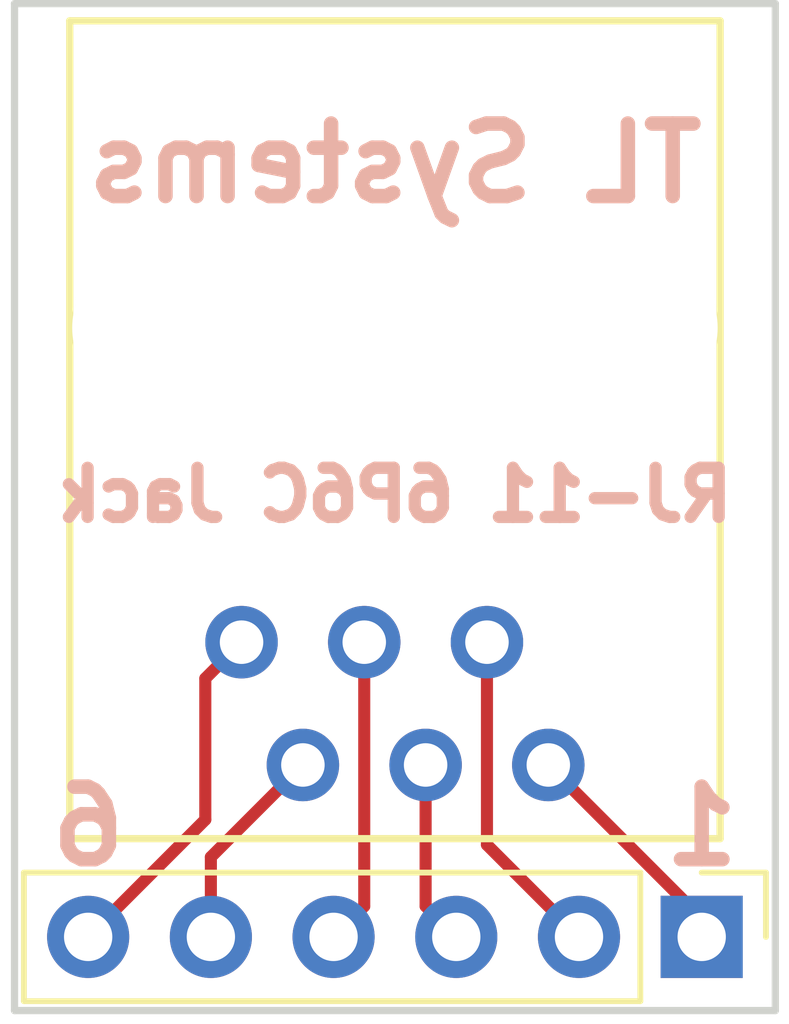
<source format=kicad_pcb>
(kicad_pcb (version 20171130) (host pcbnew "(5.0.2)-1")

  (general
    (thickness 1.6)
    (drawings 8)
    (tracks 13)
    (zones 0)
    (modules 2)
    (nets 7)
  )

  (page A)
  (title_block
    (title "RJ-11 6P6C Jack")
    (date 2019-02-10)
    (rev v0.1)
    (company "TL Systems")
  )

  (layers
    (0 F.Cu signal)
    (31 B.Cu signal)
    (32 B.Adhes user hide)
    (33 F.Adhes user hide)
    (34 B.Paste user hide)
    (35 F.Paste user hide)
    (36 B.SilkS user)
    (37 F.SilkS user)
    (38 B.Mask user)
    (39 F.Mask user)
    (40 Dwgs.User user hide)
    (41 Cmts.User user hide)
    (42 Eco1.User user hide)
    (43 Eco2.User user hide)
    (44 Edge.Cuts user)
    (45 Margin user hide)
    (46 B.CrtYd user hide)
    (47 F.CrtYd user hide)
    (48 B.Fab user hide)
    (49 F.Fab user hide)
  )

  (setup
    (last_trace_width 0.25)
    (trace_clearance 0.2)
    (zone_clearance 0.508)
    (zone_45_only no)
    (trace_min 0.2)
    (segment_width 0.2)
    (edge_width 0.15)
    (via_size 0.8)
    (via_drill 0.4)
    (via_min_size 0.4)
    (via_min_drill 0.3)
    (uvia_size 0.3)
    (uvia_drill 0.1)
    (uvias_allowed no)
    (uvia_min_size 0.2)
    (uvia_min_drill 0.1)
    (pcb_text_width 0.3)
    (pcb_text_size 1.5 1.5)
    (mod_edge_width 0.15)
    (mod_text_size 1 1)
    (mod_text_width 0.15)
    (pad_size 1.524 1.524)
    (pad_drill 0.762)
    (pad_to_mask_clearance 0.051)
    (solder_mask_min_width 0.25)
    (aux_axis_origin 0 0)
    (visible_elements FFFFFF7F)
    (pcbplotparams
      (layerselection 0x010fc_ffffffff)
      (usegerberextensions false)
      (usegerberattributes false)
      (usegerberadvancedattributes false)
      (creategerberjobfile false)
      (excludeedgelayer true)
      (linewidth 0.100000)
      (plotframeref false)
      (viasonmask false)
      (mode 1)
      (useauxorigin false)
      (hpglpennumber 1)
      (hpglpenspeed 20)
      (hpglpendiameter 15.000000)
      (psnegative false)
      (psa4output false)
      (plotreference true)
      (plotvalue true)
      (plotinvisibletext false)
      (padsonsilk false)
      (subtractmaskfromsilk false)
      (outputformat 1)
      (mirror false)
      (drillshape 0)
      (scaleselection 1)
      (outputdirectory ""))
  )

  (net 0 "")
  (net 1 "Net-(J1-Pad2)")
  (net 2 "Net-(J1-Pad4)")
  (net 3 "Net-(J1-Pad5)")
  (net 4 "Net-(J1-Pad3)")
  (net 5 "Net-(J1-Pad1)")
  (net 6 "Net-(J1-Pad6)")

  (net_class Default "This is the default net class."
    (clearance 0.2)
    (trace_width 0.25)
    (via_dia 0.8)
    (via_drill 0.4)
    (uvia_dia 0.3)
    (uvia_drill 0.1)
    (add_net "Net-(J1-Pad1)")
    (add_net "Net-(J1-Pad2)")
    (add_net "Net-(J1-Pad3)")
    (add_net "Net-(J1-Pad4)")
    (add_net "Net-(J1-Pad5)")
    (add_net "Net-(J1-Pad6)")
  )

  (module TLS-Pin_Headers:RJ-11_6P6C_Straight (layer F.Cu) (tedit 5C60D6C6) (tstamp 5C6D69E6)
    (at 162.56 99.568 180)
    (path /5C60D50E)
    (fp_text reference J1 (at -0.019117 3.010963) (layer F.SilkS) hide
      (effects (font (size 1 1) (thickness 0.15)))
    )
    (fp_text value 6P6C (at 0 13.716) (layer F.Fab) hide
      (effects (font (size 1 1) (thickness 0.15)))
    )
    (fp_line (start -6.731 12.8524) (end -6.731 -4.064) (layer F.SilkS) (width 0.15))
    (fp_line (start -6.731 -4.064) (end 6.731 -4.064) (layer F.SilkS) (width 0.15))
    (fp_line (start 6.731 12.8524) (end 6.731 -4.064) (layer F.SilkS) (width 0.15))
    (fp_line (start 6.731 12.8524) (end -6.731 12.8524) (layer F.SilkS) (width 0.15))
    (pad "" np_thru_hole circle (at -5.08 6.5024) (size 3.2 3.2) (drill 3.2) (layers *.Cu *.Mask))
    (pad "" np_thru_hole circle (at 5.08 6.5024) (size 3.2 3.2) (drill 3.2) (layers *.Cu *.Mask))
    (pad 2 thru_hole circle (at -1.905 0) (size 1.5 1.5) (drill 0.9) (layers *.Cu *.Mask)
      (net 1 "Net-(J1-Pad2)"))
    (pad 4 thru_hole circle (at 0.635 0) (size 1.5 1.5) (drill 0.9) (layers *.Cu *.Mask)
      (net 2 "Net-(J1-Pad4)"))
    (pad 5 thru_hole circle (at 1.905 -2.54) (size 1.5 1.5) (drill 0.9) (layers *.Cu *.Mask)
      (net 3 "Net-(J1-Pad5)"))
    (pad 3 thru_hole circle (at -0.635 -2.54) (size 1.5 1.5) (drill 0.9) (layers *.Cu *.Mask)
      (net 4 "Net-(J1-Pad3)"))
    (pad 1 thru_hole circle (at -3.175 -2.54) (size 1.5 1.5) (drill 0.9) (layers *.Cu *.Mask)
      (net 5 "Net-(J1-Pad1)"))
    (pad 6 thru_hole circle (at 3.175 0) (size 1.5 1.5) (drill 0.9) (layers *.Cu *.Mask)
      (net 6 "Net-(J1-Pad6)"))
  )

  (module Connector_PinHeader_2.54mm:PinHeader_1x06_P2.54mm_Vertical (layer F.Cu) (tedit 5C60D6C1) (tstamp 5C6D6A00)
    (at 168.91 105.664 270)
    (descr "Through hole straight pin header, 1x06, 2.54mm pitch, single row")
    (tags "Through hole pin header THT 1x06 2.54mm single row")
    (path /5C60D5A6)
    (fp_text reference J2 (at 0 -2.33 270) (layer F.SilkS) hide
      (effects (font (size 1 1) (thickness 0.15)))
    )
    (fp_text value Conn_01x06 (at 3.048 6.604) (layer F.Fab) hide
      (effects (font (size 1 1) (thickness 0.15)))
    )
    (fp_line (start -0.635 -1.27) (end 1.27 -1.27) (layer F.Fab) (width 0.1))
    (fp_line (start 1.27 -1.27) (end 1.27 13.97) (layer F.Fab) (width 0.1))
    (fp_line (start 1.27 13.97) (end -1.27 13.97) (layer F.Fab) (width 0.1))
    (fp_line (start -1.27 13.97) (end -1.27 -0.635) (layer F.Fab) (width 0.1))
    (fp_line (start -1.27 -0.635) (end -0.635 -1.27) (layer F.Fab) (width 0.1))
    (fp_line (start -1.33 14.03) (end 1.33 14.03) (layer F.SilkS) (width 0.12))
    (fp_line (start -1.33 1.27) (end -1.33 14.03) (layer F.SilkS) (width 0.12))
    (fp_line (start 1.33 1.27) (end 1.33 14.03) (layer F.SilkS) (width 0.12))
    (fp_line (start -1.33 1.27) (end 1.33 1.27) (layer F.SilkS) (width 0.12))
    (fp_line (start -1.33 0) (end -1.33 -1.33) (layer F.SilkS) (width 0.12))
    (fp_line (start -1.33 -1.33) (end 0 -1.33) (layer F.SilkS) (width 0.12))
    (fp_line (start -1.8 -1.8) (end -1.8 14.5) (layer F.CrtYd) (width 0.05))
    (fp_line (start -1.8 14.5) (end 1.8 14.5) (layer F.CrtYd) (width 0.05))
    (fp_line (start 1.8 14.5) (end 1.8 -1.8) (layer F.CrtYd) (width 0.05))
    (fp_line (start 1.8 -1.8) (end -1.8 -1.8) (layer F.CrtYd) (width 0.05))
    (fp_text user %R (at -0.254 6.35) (layer F.Fab)
      (effects (font (size 1 1) (thickness 0.15)))
    )
    (pad 1 thru_hole rect (at 0 0 270) (size 1.7 1.7) (drill 1) (layers *.Cu *.Mask)
      (net 5 "Net-(J1-Pad1)"))
    (pad 2 thru_hole oval (at 0 2.54 270) (size 1.7 1.7) (drill 1) (layers *.Cu *.Mask)
      (net 1 "Net-(J1-Pad2)"))
    (pad 3 thru_hole oval (at 0 5.08 270) (size 1.7 1.7) (drill 1) (layers *.Cu *.Mask)
      (net 4 "Net-(J1-Pad3)"))
    (pad 4 thru_hole oval (at 0 7.62 270) (size 1.7 1.7) (drill 1) (layers *.Cu *.Mask)
      (net 2 "Net-(J1-Pad4)"))
    (pad 5 thru_hole oval (at 0 10.16 270) (size 1.7 1.7) (drill 1) (layers *.Cu *.Mask)
      (net 3 "Net-(J1-Pad5)"))
    (pad 6 thru_hole oval (at 0 12.7 270) (size 1.7 1.7) (drill 1) (layers *.Cu *.Mask)
      (net 6 "Net-(J1-Pad6)"))
    (model ${KISYS3DMOD}/Connector_PinHeader_2.54mm.3dshapes/PinHeader_1x06_P2.54mm_Vertical.wrl
      (at (xyz 0 0 0))
      (scale (xyz 1 1 1))
      (rotate (xyz 0 0 0))
    )
  )

  (gr_text "RJ-11 6P6C Jack" (at 162.56 96.52) (layer B.SilkS)
    (effects (font (size 1.016 1.016) (thickness 0.254)) (justify mirror))
  )
  (gr_text "TL Systems" (at 162.56 89.662) (layer B.SilkS)
    (effects (font (size 1.5 1.5) (thickness 0.3)) (justify mirror))
  )
  (gr_text 6 (at 156.21 103.378) (layer B.SilkS)
    (effects (font (size 1.5 1.5) (thickness 0.3)) (justify mirror))
  )
  (gr_text 1 (at 168.91 103.378) (layer B.SilkS)
    (effects (font (size 1.5 1.5) (thickness 0.3)) (justify mirror))
  )
  (gr_line (start 154.686 107.188) (end 170.434 107.188) (layer Edge.Cuts) (width 0.15))
  (gr_line (start 154.686 86.36) (end 154.686 107.188) (layer Edge.Cuts) (width 0.15))
  (gr_line (start 170.434 86.36) (end 154.686 86.36) (layer Edge.Cuts) (width 0.15))
  (gr_line (start 170.434 107.188) (end 170.434 86.36) (layer Edge.Cuts) (width 0.15))

  (segment (start 164.465 103.759) (end 166.37 105.664) (width 0.25) (layer F.Cu) (net 1))
  (segment (start 164.465 99.568) (end 164.465 103.759) (width 0.25) (layer F.Cu) (net 1))
  (segment (start 161.925 105.029) (end 161.29 105.664) (width 0.25) (layer F.Cu) (net 2))
  (segment (start 161.925 99.568) (end 161.925 105.029) (width 0.25) (layer F.Cu) (net 2))
  (segment (start 158.75 104.013) (end 158.75 105.664) (width 0.25) (layer F.Cu) (net 3))
  (segment (start 160.655 102.108) (end 158.75 104.013) (width 0.25) (layer F.Cu) (net 3))
  (segment (start 163.195 105.029) (end 163.83 105.664) (width 0.25) (layer F.Cu) (net 4))
  (segment (start 163.195 102.108) (end 163.195 105.029) (width 0.25) (layer F.Cu) (net 4))
  (segment (start 168.91 105.283) (end 168.91 105.664) (width 0.25) (layer F.Cu) (net 5))
  (segment (start 165.735 102.108) (end 168.91 105.283) (width 0.25) (layer F.Cu) (net 5))
  (segment (start 158.635001 103.238999) (end 156.21 105.664) (width 0.25) (layer F.Cu) (net 6))
  (segment (start 159.385 99.568) (end 158.635001 100.317999) (width 0.25) (layer F.Cu) (net 6))
  (segment (start 158.635001 100.317999) (end 158.635001 103.238999) (width 0.25) (layer F.Cu) (net 6))

)

</source>
